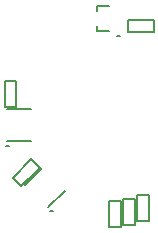
<source format=gto>
G04*
G04 #@! TF.GenerationSoftware,Altium Limited,Altium Designer,20.0.13 (296)*
G04*
G04 Layer_Color=65535*
%FSLAX25Y25*%
%MOIN*%
G70*
G01*
G75*
%ADD10C,0.00787*%
%ADD11C,0.00591*%
D10*
X4035Y29823D02*
X3248D01*
X4035D01*
X-33071Y-6890D02*
X-33859D01*
X-33071D01*
X-18398Y-28535D02*
X-19185D01*
X-18398D01*
X-3543Y31299D02*
X394D01*
X-3543Y32972D02*
X-3543Y31299D01*
X-3543Y39567D02*
X394Y39567D01*
X-3543Y39567D02*
X-3543Y37894D01*
D11*
X9843Y-31890D02*
Y-23228D01*
X13780D01*
Y-31890D02*
Y-23228D01*
X9843Y-31890D02*
X13780D01*
X-31620Y-17517D02*
X-25495Y-11392D01*
X-22711Y-14176D01*
X-28836Y-20301D02*
X-22711Y-14176D01*
X-31620Y-17517D02*
X-28836Y-20301D01*
X5118Y-33465D02*
Y-24803D01*
X9055D01*
Y-33465D02*
Y-24803D01*
X5118Y-33465D02*
X9055D01*
X-34350Y5906D02*
Y14567D01*
X-30413D01*
Y5906D02*
Y14567D01*
X-34350Y5906D02*
X-30413D01*
X394Y-33858D02*
Y-25197D01*
X4331D01*
Y-33858D02*
Y-25197D01*
X394Y-33858D02*
X4331D01*
X6693Y34843D02*
X15354D01*
Y30906D02*
Y34843D01*
X6693Y30906D02*
X15354D01*
X6693D02*
Y34843D01*
X-33465Y5315D02*
X-25591D01*
X-33465Y-5315D02*
X-25591D01*
X-19905Y-27422D02*
X-14337Y-21854D01*
X-27422Y-19905D02*
X-21854Y-14337D01*
M02*

</source>
